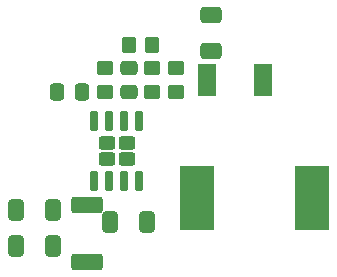
<source format=gtp>
G04 #@! TF.GenerationSoftware,KiCad,Pcbnew,(7.0.0)*
G04 #@! TF.CreationDate,2023-03-31T08:30:06+02:00*
G04 #@! TF.ProjectId,MP2393,4d503233-3933-42e6-9b69-6361645f7063,rev?*
G04 #@! TF.SameCoordinates,Original*
G04 #@! TF.FileFunction,Paste,Top*
G04 #@! TF.FilePolarity,Positive*
%FSLAX46Y46*%
G04 Gerber Fmt 4.6, Leading zero omitted, Abs format (unit mm)*
G04 Created by KiCad (PCBNEW (7.0.0)) date 2023-03-31 08:30:06*
%MOMM*%
%LPD*%
G01*
G04 APERTURE LIST*
G04 Aperture macros list*
%AMRoundRect*
0 Rectangle with rounded corners*
0 $1 Rounding radius*
0 $2 $3 $4 $5 $6 $7 $8 $9 X,Y pos of 4 corners*
0 Add a 4 corners polygon primitive as box body*
4,1,4,$2,$3,$4,$5,$6,$7,$8,$9,$2,$3,0*
0 Add four circle primitives for the rounded corners*
1,1,$1+$1,$2,$3*
1,1,$1+$1,$4,$5*
1,1,$1+$1,$6,$7*
1,1,$1+$1,$8,$9*
0 Add four rect primitives between the rounded corners*
20,1,$1+$1,$2,$3,$4,$5,0*
20,1,$1+$1,$4,$5,$6,$7,0*
20,1,$1+$1,$6,$7,$8,$9,0*
20,1,$1+$1,$8,$9,$2,$3,0*%
G04 Aperture macros list end*
%ADD10RoundRect,0.249999X-1.075001X0.450001X-1.075001X-0.450001X1.075001X-0.450001X1.075001X0.450001X0*%
%ADD11RoundRect,0.250000X0.412500X0.650000X-0.412500X0.650000X-0.412500X-0.650000X0.412500X-0.650000X0*%
%ADD12RoundRect,0.250000X-0.412500X-0.650000X0.412500X-0.650000X0.412500X0.650000X-0.412500X0.650000X0*%
%ADD13R,1.500000X2.700000*%
%ADD14RoundRect,0.250000X-0.450000X0.350000X-0.450000X-0.350000X0.450000X-0.350000X0.450000X0.350000X0*%
%ADD15RoundRect,0.250000X0.350000X0.450000X-0.350000X0.450000X-0.350000X-0.450000X0.350000X-0.450000X0*%
%ADD16RoundRect,0.250000X0.337500X0.475000X-0.337500X0.475000X-0.337500X-0.475000X0.337500X-0.475000X0*%
%ADD17R,2.900000X5.400000*%
%ADD18RoundRect,0.250000X0.460000X-0.315000X0.460000X0.315000X-0.460000X0.315000X-0.460000X-0.315000X0*%
%ADD19RoundRect,0.150000X0.150000X-0.737500X0.150000X0.737500X-0.150000X0.737500X-0.150000X-0.737500X0*%
%ADD20RoundRect,0.250000X0.475000X-0.337500X0.475000X0.337500X-0.475000X0.337500X-0.475000X-0.337500X0*%
%ADD21RoundRect,0.250000X0.450000X-0.350000X0.450000X0.350000X-0.450000X0.350000X-0.450000X-0.350000X0*%
%ADD22RoundRect,0.250000X0.650000X-0.412500X0.650000X0.412500X-0.650000X0.412500X-0.650000X-0.412500X0*%
G04 APERTURE END LIST*
D10*
X131500000Y-24600000D03*
X131500000Y-29400000D03*
D11*
X128562500Y-25000000D03*
X125437500Y-25000000D03*
D12*
X133437500Y-26000000D03*
X136562500Y-26000000D03*
D13*
X146399999Y-13999999D03*
X141599999Y-13999999D03*
D14*
X133000000Y-13000000D03*
X133000000Y-15000000D03*
D15*
X137000000Y-11000000D03*
X135000000Y-11000000D03*
D16*
X131037500Y-15000000D03*
X128962500Y-15000000D03*
D17*
X140799999Y-23999999D03*
X150499999Y-23999999D03*
D18*
X133150000Y-20680000D03*
X134850000Y-20680000D03*
X133150000Y-19320000D03*
X134850000Y-19320000D03*
D19*
X132095000Y-22562500D03*
X133365000Y-22562500D03*
X134635000Y-22562500D03*
X135905000Y-22562500D03*
X135905000Y-17437500D03*
X134635000Y-17437500D03*
X133365000Y-17437500D03*
X132095000Y-17437500D03*
D11*
X128562500Y-28000000D03*
X125437500Y-28000000D03*
D20*
X135000000Y-15037500D03*
X135000000Y-12962500D03*
D21*
X139000000Y-15000000D03*
X139000000Y-13000000D03*
D14*
X137000000Y-13000000D03*
X137000000Y-15000000D03*
D22*
X142000000Y-11562500D03*
X142000000Y-8437500D03*
M02*

</source>
